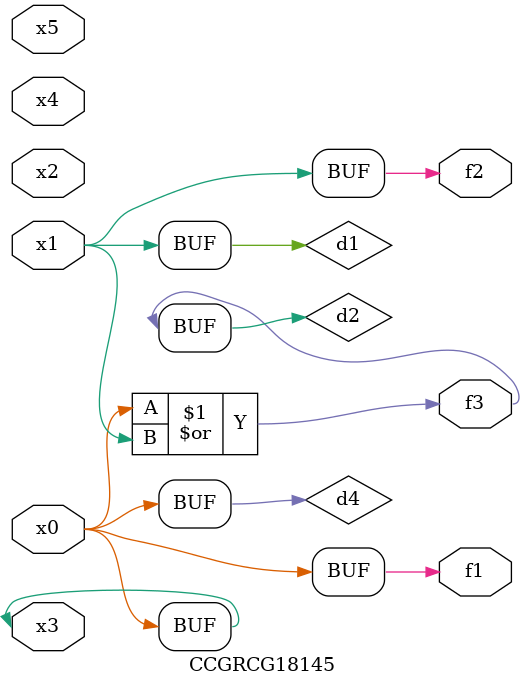
<source format=v>
module CCGRCG18145(
	input x0, x1, x2, x3, x4, x5,
	output f1, f2, f3
);

	wire d1, d2, d3, d4;

	and (d1, x1);
	or (d2, x0, x1);
	nand (d3, x0, x5);
	buf (d4, x0, x3);
	assign f1 = d4;
	assign f2 = d1;
	assign f3 = d2;
endmodule

</source>
